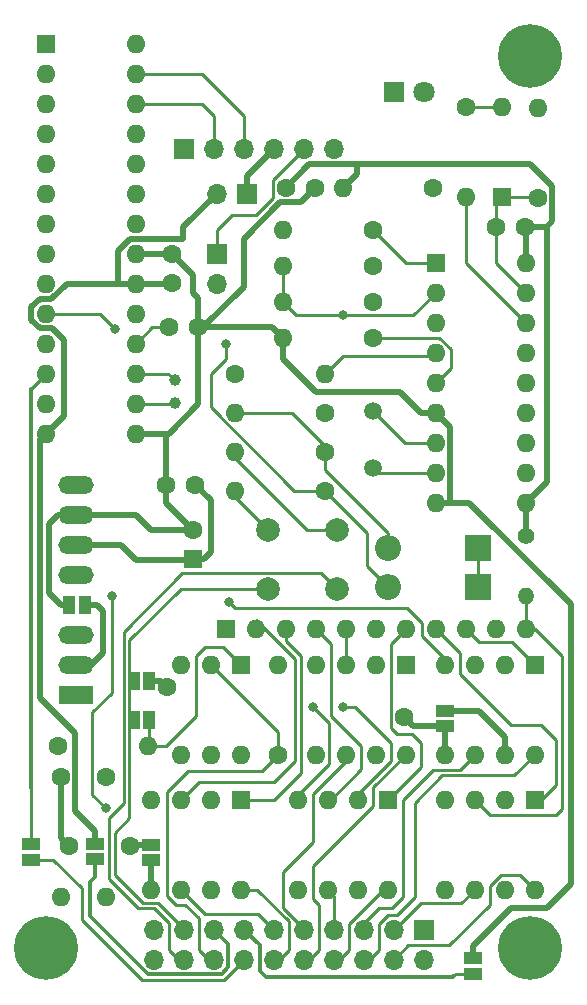
<source format=gbr>
G04 #@! TF.GenerationSoftware,KiCad,Pcbnew,8.0.1*
G04 #@! TF.CreationDate,2024-04-13T23:26:30-07:00*
G04 #@! TF.ProjectId,we755a_dtmf,77653735-3561-45f6-9474-6d662e6b6963,3*
G04 #@! TF.SameCoordinates,Original*
G04 #@! TF.FileFunction,Copper,L2,Bot*
G04 #@! TF.FilePolarity,Positive*
%FSLAX46Y46*%
G04 Gerber Fmt 4.6, Leading zero omitted, Abs format (unit mm)*
G04 Created by KiCad (PCBNEW 8.0.1) date 2024-04-13 23:26:30*
%MOMM*%
%LPD*%
G01*
G04 APERTURE LIST*
G04 #@! TA.AperFunction,ComponentPad*
%ADD10R,1.600000X1.600000*%
G04 #@! TD*
G04 #@! TA.AperFunction,ComponentPad*
%ADD11O,1.600000X1.600000*%
G04 #@! TD*
G04 #@! TA.AperFunction,ComponentPad*
%ADD12C,1.600000*%
G04 #@! TD*
G04 #@! TA.AperFunction,ComponentPad*
%ADD13C,1.500000*%
G04 #@! TD*
G04 #@! TA.AperFunction,ComponentPad*
%ADD14R,3.000000X1.500000*%
G04 #@! TD*
G04 #@! TA.AperFunction,ComponentPad*
%ADD15O,3.000000X1.500000*%
G04 #@! TD*
G04 #@! TA.AperFunction,ComponentPad*
%ADD16R,1.800000X1.800000*%
G04 #@! TD*
G04 #@! TA.AperFunction,ComponentPad*
%ADD17C,1.800000*%
G04 #@! TD*
G04 #@! TA.AperFunction,ComponentPad*
%ADD18C,1.000000*%
G04 #@! TD*
G04 #@! TA.AperFunction,ComponentPad*
%ADD19C,2.000000*%
G04 #@! TD*
G04 #@! TA.AperFunction,ComponentPad*
%ADD20R,1.700000X1.700000*%
G04 #@! TD*
G04 #@! TA.AperFunction,ComponentPad*
%ADD21O,1.700000X1.700000*%
G04 #@! TD*
G04 #@! TA.AperFunction,ComponentPad*
%ADD22C,1.400000*%
G04 #@! TD*
G04 #@! TA.AperFunction,ComponentPad*
%ADD23O,1.400000X1.400000*%
G04 #@! TD*
G04 #@! TA.AperFunction,ComponentPad*
%ADD24R,2.200000X2.200000*%
G04 #@! TD*
G04 #@! TA.AperFunction,ComponentPad*
%ADD25O,2.200000X2.200000*%
G04 #@! TD*
G04 #@! TA.AperFunction,ComponentPad*
%ADD26C,5.400000*%
G04 #@! TD*
G04 #@! TA.AperFunction,SMDPad,CuDef*
%ADD27R,1.500000X1.000000*%
G04 #@! TD*
G04 #@! TA.AperFunction,SMDPad,CuDef*
%ADD28R,1.000000X1.500000*%
G04 #@! TD*
G04 #@! TA.AperFunction,ViaPad*
%ADD29C,0.800000*%
G04 #@! TD*
G04 #@! TA.AperFunction,ViaPad*
%ADD30C,1.600000*%
G04 #@! TD*
G04 #@! TA.AperFunction,Conductor*
%ADD31C,0.500000*%
G04 #@! TD*
G04 #@! TA.AperFunction,Conductor*
%ADD32C,0.300000*%
G04 #@! TD*
G04 #@! TA.AperFunction,Conductor*
%ADD33C,0.250000*%
G04 #@! TD*
G04 APERTURE END LIST*
D10*
X138261000Y-109069000D03*
D11*
X135721000Y-109069000D03*
X133181000Y-109069000D03*
X133181000Y-116689000D03*
X135721000Y-116689000D03*
X138261000Y-116689000D03*
D12*
X163407000Y-69572000D03*
D11*
X163407000Y-61952000D03*
D12*
X157311000Y-61825000D03*
D11*
X157311000Y-69445000D03*
D10*
X160359000Y-69445000D03*
D11*
X160359000Y-61825000D03*
D12*
X141436000Y-116689000D03*
D11*
X141436000Y-109069000D03*
D12*
X126831000Y-118594000D03*
D11*
X126831000Y-128754000D03*
D13*
X149437000Y-87569000D03*
X149437000Y-92449000D03*
D14*
X124291000Y-111609000D03*
D15*
X124291000Y-109069000D03*
X124291000Y-106529000D03*
X124291000Y-101449000D03*
X124291000Y-98909000D03*
X124291000Y-96369000D03*
X124291000Y-93829000D03*
D10*
X150707000Y-120499000D03*
D11*
X148167000Y-120499000D03*
X145627000Y-120499000D03*
X143087000Y-120499000D03*
X143087000Y-128119000D03*
X145627000Y-128119000D03*
X148167000Y-128119000D03*
X150707000Y-128119000D03*
D12*
X149437000Y-75287000D03*
D11*
X141817000Y-75287000D03*
D16*
X151215000Y-60555000D03*
D17*
X153755000Y-60555000D03*
D12*
X149437000Y-81383000D03*
D11*
X141817000Y-81383000D03*
D12*
X145373000Y-94337000D03*
D11*
X137753000Y-94337000D03*
D12*
X142091000Y-68683000D03*
X144591000Y-68683000D03*
X123021000Y-118594000D03*
D11*
X123021000Y-128754000D03*
D18*
X132673000Y-85005000D03*
X132673000Y-86905000D03*
D19*
X146389000Y-97679000D03*
X146389000Y-102679000D03*
D10*
X152221000Y-109069000D03*
D11*
X149681000Y-109069000D03*
X147141000Y-109069000D03*
X144601000Y-109069000D03*
X144601000Y-116689000D03*
X147141000Y-116689000D03*
X149681000Y-116689000D03*
X152221000Y-116689000D03*
D12*
X149437000Y-72239000D03*
D11*
X141817000Y-72239000D03*
D20*
X138769000Y-69191000D03*
D21*
X136229000Y-69191000D03*
D10*
X138251000Y-120499000D03*
D11*
X135711000Y-120499000D03*
X133171000Y-120499000D03*
X130631000Y-120499000D03*
X130631000Y-128119000D03*
X133171000Y-128119000D03*
X135711000Y-128119000D03*
X138251000Y-128119000D03*
D12*
X132185000Y-80494000D03*
X134685000Y-80494000D03*
D10*
X163153000Y-109069000D03*
D11*
X160613000Y-109069000D03*
X158073000Y-109069000D03*
X155533000Y-109069000D03*
X155533000Y-116689000D03*
X158073000Y-116689000D03*
X160613000Y-116689000D03*
X163153000Y-116689000D03*
D12*
X149437000Y-78335000D03*
D11*
X141817000Y-78335000D03*
D20*
X133435000Y-65381000D03*
D21*
X135975000Y-65381000D03*
X138515000Y-65381000D03*
X141055000Y-65381000D03*
X143595000Y-65381000D03*
X146135000Y-65381000D03*
D12*
X154517000Y-68683000D03*
D11*
X146897000Y-68683000D03*
D12*
X145373000Y-87733000D03*
D11*
X137753000Y-87733000D03*
D10*
X134197000Y-100139000D03*
D12*
X134197000Y-97639000D03*
D22*
X162391000Y-98147000D03*
D23*
X162391000Y-103227000D03*
D12*
X145373000Y-91035000D03*
D11*
X137753000Y-91035000D03*
D12*
X122767000Y-115927000D03*
D11*
X130387000Y-115927000D03*
D12*
X159871000Y-71985000D03*
X162371000Y-71985000D03*
D10*
X163153000Y-120499000D03*
D11*
X160613000Y-120499000D03*
X158073000Y-120499000D03*
X155533000Y-120499000D03*
X155533000Y-128119000D03*
X158073000Y-128119000D03*
X160613000Y-128119000D03*
X163153000Y-128119000D03*
D24*
X158327000Y-99163000D03*
D25*
X150707000Y-99163000D03*
D20*
X153772000Y-131507000D03*
D21*
X153772000Y-134047000D03*
X151232000Y-131507000D03*
X151232000Y-134047000D03*
X148692000Y-131507000D03*
X148692000Y-134047000D03*
X146152000Y-131507000D03*
X146152000Y-134047000D03*
X143612000Y-131507000D03*
X143612000Y-134047000D03*
X141072000Y-131507000D03*
X141072000Y-134047000D03*
X138532000Y-131507000D03*
X138532000Y-134047000D03*
X135992000Y-131507000D03*
X135992000Y-134047000D03*
X133452000Y-131507000D03*
X133452000Y-134047000D03*
X130912000Y-131507000D03*
X130912000Y-134047000D03*
D26*
X121772000Y-133047000D03*
X162772000Y-133047000D03*
X162772000Y-57507000D03*
D19*
X140547000Y-97639000D03*
X140547000Y-102639000D03*
D10*
X154771000Y-75033000D03*
D11*
X154771000Y-77573000D03*
X154771000Y-80113000D03*
X154771000Y-82653000D03*
X154771000Y-85193000D03*
X154771000Y-87733000D03*
X154771000Y-90273000D03*
X154771000Y-92813000D03*
X154771000Y-95353000D03*
X162391000Y-95353000D03*
X162391000Y-92813000D03*
X162391000Y-90273000D03*
X162391000Y-87733000D03*
X162391000Y-85193000D03*
X162391000Y-82653000D03*
X162391000Y-80113000D03*
X162391000Y-77573000D03*
X162391000Y-75033000D03*
D10*
X136991000Y-106021000D03*
D11*
X139531000Y-106021000D03*
X142071000Y-106021000D03*
X144611000Y-106021000D03*
X147151000Y-106021000D03*
X149691000Y-106021000D03*
X152231000Y-106021000D03*
X154771000Y-106021000D03*
X157311000Y-106021000D03*
X159851000Y-106021000D03*
X162391000Y-106021000D03*
D12*
X137753000Y-84431000D03*
D11*
X145373000Y-84431000D03*
D12*
X132419000Y-76791000D03*
X132419000Y-74291000D03*
D10*
X121751000Y-56491000D03*
D11*
X121751000Y-59031000D03*
X121751000Y-61571000D03*
X121751000Y-64111000D03*
X121751000Y-66651000D03*
X121751000Y-69191000D03*
X121751000Y-71731000D03*
X121751000Y-74271000D03*
X121751000Y-76811000D03*
X121751000Y-79351000D03*
X121751000Y-81891000D03*
X121751000Y-84431000D03*
X121751000Y-86971000D03*
X121751000Y-89511000D03*
X129371000Y-89511000D03*
X129371000Y-86971000D03*
X129371000Y-84431000D03*
X129371000Y-81891000D03*
X129371000Y-79351000D03*
X129371000Y-76811000D03*
X129371000Y-74271000D03*
X129371000Y-71731000D03*
X129371000Y-69191000D03*
X129371000Y-66651000D03*
X129371000Y-64111000D03*
X129371000Y-61571000D03*
X129371000Y-59031000D03*
X129371000Y-56491000D03*
D20*
X136229000Y-74266000D03*
D21*
X136229000Y-76806000D03*
D12*
X134431000Y-93829000D03*
X131931000Y-93829000D03*
D24*
X158327000Y-102465000D03*
D25*
X150707000Y-102465000D03*
D27*
X155533000Y-114291000D03*
X155533000Y-112991000D03*
D28*
X130529000Y-113768000D03*
X129229000Y-113768000D03*
X125053000Y-103989000D03*
X123753000Y-103989000D03*
D27*
X120481000Y-125580000D03*
X120481000Y-124280000D03*
X130641000Y-124309000D03*
X130641000Y-125609000D03*
X125900000Y-124265000D03*
X125900000Y-125565000D03*
D28*
X130544000Y-110466000D03*
X129244000Y-110466000D03*
D27*
X157904000Y-133932000D03*
X157904000Y-135232000D03*
D29*
X136994600Y-81891000D03*
D30*
X123711801Y-124420284D03*
X128863000Y-124421200D03*
D29*
X146897000Y-79463200D03*
X126851856Y-121226313D03*
X127339000Y-103227000D03*
X137245000Y-103735000D03*
X127593000Y-80621000D03*
X144357000Y-112625000D03*
X146897000Y-112625000D03*
D30*
X132038000Y-110974000D03*
X152089200Y-113514000D03*
D31*
X156024200Y-88986200D02*
X156024200Y-95336200D01*
X123021000Y-103989000D02*
X122005000Y-102973000D01*
X134685000Y-80494000D02*
X135086000Y-80494000D01*
X134197000Y-76069000D02*
X132419000Y-74291000D01*
X129371000Y-96369000D02*
X130681000Y-97679000D01*
X130681000Y-97679000D02*
X134157000Y-97679000D01*
X132165000Y-89511000D02*
X134685000Y-86991000D01*
X129371000Y-74271000D02*
X132399000Y-74271000D01*
X156041000Y-95353000D02*
X154771000Y-95353000D01*
X154771000Y-87733000D02*
X153501000Y-87733000D01*
X129371000Y-89511000D02*
X131931000Y-89511000D01*
X132399000Y-74271000D02*
X132419000Y-74291000D01*
X156024200Y-95336200D02*
X156041000Y-95353000D01*
X134197000Y-77573000D02*
X134685000Y-78061000D01*
X131931000Y-95373000D02*
X131931000Y-93829000D01*
X122005000Y-97131000D02*
X122767000Y-96369000D01*
X122767000Y-96369000D02*
X124291000Y-96369000D01*
X143337800Y-69936200D02*
X144591000Y-68683000D01*
X122005000Y-102973000D02*
X122005000Y-97131000D01*
X134685000Y-86991000D02*
X134685000Y-80494000D01*
X157904000Y-133932000D02*
X157904000Y-132860000D01*
X166201000Y-103930600D02*
X157623400Y-95353000D01*
X157623400Y-95353000D02*
X156041000Y-95353000D01*
X166201000Y-127611000D02*
X166201000Y-103930600D01*
X153501000Y-87733000D02*
X151723000Y-85955000D01*
X151723000Y-85955000D02*
X144611000Y-85955000D01*
X134197000Y-97639000D02*
X131931000Y-95373000D01*
X140928000Y-80494000D02*
X134685000Y-80494000D01*
X123753000Y-103989000D02*
X123021000Y-103989000D01*
X134197000Y-77573000D02*
X134197000Y-76069000D01*
X161121000Y-129643000D02*
X164169000Y-129643000D01*
X131931000Y-93829000D02*
X131931000Y-89511000D01*
X141817000Y-83161000D02*
X141817000Y-81383000D01*
X124291000Y-96369000D02*
X129371000Y-96369000D01*
X134685000Y-78061000D02*
X134685000Y-80494000D01*
X131931000Y-89511000D02*
X132165000Y-89511000D01*
X135086000Y-80494000D02*
X138515000Y-77065000D01*
X141579800Y-69936200D02*
X143337800Y-69936200D01*
X138515000Y-77065000D02*
X138515000Y-73001000D01*
X138515000Y-73001000D02*
X141579800Y-69936200D01*
X154771000Y-87733000D02*
X156024200Y-88986200D01*
X164169000Y-129643000D02*
X166201000Y-127611000D01*
X157904000Y-132860000D02*
X161121000Y-129643000D01*
X141817000Y-81383000D02*
X140928000Y-80494000D01*
X144611000Y-85955000D02*
X141817000Y-83161000D01*
X135721000Y-99544000D02*
X135721000Y-95119000D01*
X125900000Y-123124000D02*
X125900000Y-124265000D01*
X133418200Y-72001800D02*
X136229000Y-69191000D01*
X124274200Y-121498200D02*
X125900000Y-123124000D01*
X164660200Y-68539200D02*
X164660200Y-71493800D01*
X127847000Y-76811000D02*
X132399000Y-76811000D01*
X135126000Y-100139000D02*
X135721000Y-99544000D01*
X132399000Y-76811000D02*
X132419000Y-76791000D01*
X123275000Y-87987000D02*
X123275000Y-81609107D01*
X121231907Y-80604200D02*
X120497800Y-79870093D01*
X121301800Y-89960200D02*
X121301800Y-111921800D01*
X148083800Y-67496200D02*
X148083800Y-66651000D01*
X128101000Y-98909000D02*
X129371000Y-100179000D01*
X121301800Y-111921800D02*
X124274200Y-114894200D01*
X123275000Y-81609107D02*
X122270093Y-80604200D01*
X123523293Y-76811000D02*
X127847000Y-76811000D01*
X164169000Y-93575000D02*
X164169000Y-71985000D01*
X142091000Y-68683000D02*
X144089800Y-66684200D01*
X162391000Y-95353000D02*
X164169000Y-93575000D01*
X122270093Y-80604200D02*
X121231907Y-80604200D01*
X124274200Y-114894200D02*
X124274200Y-121498200D01*
D32*
X121751000Y-89511000D02*
X121401800Y-89860200D01*
D31*
X128851907Y-73017800D02*
X133418200Y-73017800D01*
X148083800Y-66651000D02*
X162772000Y-66651000D01*
X162371000Y-71985000D02*
X164169000Y-71985000D01*
X144089800Y-66684200D02*
X148050600Y-66684200D01*
X121751000Y-89511000D02*
X123275000Y-87987000D01*
X162391000Y-72005000D02*
X162371000Y-71985000D01*
X146897000Y-68683000D02*
X148083800Y-67496200D01*
X121231907Y-78097800D02*
X122236493Y-78097800D01*
X129371000Y-100179000D02*
X134157000Y-100179000D01*
X122236493Y-78097800D02*
X123523293Y-76811000D01*
X135721000Y-95119000D02*
X134431000Y-93829000D01*
X134157000Y-100179000D02*
X134197000Y-100139000D01*
X121751000Y-89511000D02*
X121301800Y-89960200D01*
X133418200Y-73017800D02*
X133418200Y-72001800D01*
X162391000Y-95353000D02*
X162391000Y-98147000D01*
X127847000Y-74022707D02*
X128851907Y-73017800D01*
X162391000Y-75033000D02*
X162391000Y-72005000D01*
X127847000Y-76811000D02*
X127847000Y-74022707D01*
X124291000Y-98909000D02*
X128101000Y-98909000D01*
X120497800Y-79870093D02*
X120497800Y-78831907D01*
X164660200Y-71493800D02*
X164169000Y-71985000D01*
X120497800Y-78831907D02*
X121231907Y-78097800D01*
X162772000Y-66651000D02*
X164660200Y-68539200D01*
X148050600Y-66684200D02*
X148083800Y-66651000D01*
X134197000Y-100139000D02*
X135126000Y-100139000D01*
D33*
X129244000Y-114149000D02*
X128990000Y-114149000D01*
X133181000Y-102639000D02*
X140547000Y-102639000D01*
X128808200Y-110901800D02*
X129244000Y-110466000D01*
X128808200Y-111355000D02*
X128808200Y-107011800D01*
X127593000Y-126849000D02*
X127593000Y-123293000D01*
X128808200Y-114403000D02*
X128808200Y-111355000D01*
X129371000Y-114149000D02*
X128990000Y-114149000D01*
X133452000Y-131438000D02*
X131261200Y-129247200D01*
X128808200Y-111355000D02*
X128808200Y-110901800D01*
X128808200Y-107011800D02*
X133181000Y-102639000D01*
X128990000Y-114149000D02*
X128808200Y-114149000D01*
X131261200Y-129247200D02*
X129991200Y-129247200D01*
X128808200Y-122077800D02*
X128808200Y-114403000D01*
X128808200Y-114149000D02*
X128808200Y-114403000D01*
X127593000Y-123293000D02*
X128808200Y-122077800D01*
X133452000Y-131507000D02*
X133452000Y-131438000D01*
X129991200Y-129247200D02*
X127593000Y-126849000D01*
X133435000Y-134469000D02*
X132165000Y-133199000D01*
X130952400Y-129700400D02*
X129549478Y-129700400D01*
X129549478Y-129700400D02*
X127085000Y-127235922D01*
X127085000Y-122023000D02*
X128355000Y-120753000D01*
X133322800Y-101307200D02*
X145057200Y-101307200D01*
X128355000Y-120753000D02*
X128355000Y-106275000D01*
X132165000Y-130913000D02*
X130952400Y-129700400D01*
X128355000Y-106275000D02*
X133322800Y-101307200D01*
X132165000Y-133199000D02*
X132165000Y-130913000D01*
X127085000Y-127235922D02*
X127085000Y-122023000D01*
X145057200Y-101307200D02*
X146389000Y-102639000D01*
X130768000Y-80494000D02*
X129371000Y-81891000D01*
X132185000Y-80494000D02*
X130768000Y-80494000D01*
X129371000Y-61571000D02*
X134959000Y-61571000D01*
X134959000Y-61571000D02*
X135975000Y-62587000D01*
X135975000Y-62587000D02*
X135975000Y-65381000D01*
X134959000Y-59031000D02*
X138515000Y-62587000D01*
X134959000Y-59031000D02*
X129371000Y-59031000D01*
X138515000Y-62587000D02*
X138515000Y-65381000D01*
X137753000Y-91543000D02*
X137753000Y-91035000D01*
X143849000Y-97639000D02*
X137753000Y-91543000D01*
X146389000Y-97639000D02*
X143849000Y-97639000D01*
X140547000Y-97639000D02*
X137753000Y-94845000D01*
X137753000Y-94845000D02*
X137753000Y-94337000D01*
X158327000Y-99290000D02*
X158327000Y-102465000D01*
X162391000Y-77573000D02*
X159871000Y-75053000D01*
X159871000Y-71985000D02*
X159871000Y-69933000D01*
X163407000Y-69572000D02*
X163280000Y-69445000D01*
X159871000Y-75053000D02*
X159871000Y-71985000D01*
X163280000Y-69445000D02*
X160359000Y-69445000D01*
X159871000Y-69933000D02*
X160359000Y-69445000D01*
X160359000Y-61825000D02*
X157311000Y-61825000D01*
X137499000Y-70969000D02*
X139531000Y-70969000D01*
X136229000Y-74266000D02*
X136229000Y-72239000D01*
X136229000Y-72239000D02*
X137499000Y-70969000D01*
X140962800Y-69537200D02*
X140962800Y-68013200D01*
X140962800Y-68013200D02*
X143595000Y-65381000D01*
X139531000Y-70969000D02*
X140962800Y-69537200D01*
X145373000Y-94337000D02*
X148929000Y-97893000D01*
X136994600Y-83157400D02*
X135721000Y-84431000D01*
X148929000Y-100687000D02*
X150707000Y-102465000D01*
X135721000Y-84431000D02*
X135721000Y-87296516D01*
X142761484Y-94337000D02*
X145373000Y-94337000D01*
X135721000Y-87296516D02*
X142761484Y-94337000D01*
X148929000Y-97893000D02*
X148929000Y-100687000D01*
X136994600Y-81891000D02*
X136994600Y-83157400D01*
D31*
X128863000Y-124309000D02*
X130641000Y-124309000D01*
X126577000Y-104497000D02*
X126069000Y-103989000D01*
X126069000Y-103989000D02*
X125053000Y-103989000D01*
X123711801Y-124420284D02*
X123021000Y-123729483D01*
X128863000Y-124421200D02*
X128863000Y-124309000D01*
X125561000Y-109069000D02*
X126577000Y-108053000D01*
X124291000Y-109069000D02*
X125561000Y-109069000D01*
X126577000Y-108053000D02*
X126577000Y-104497000D01*
X123021000Y-123729483D02*
X123021000Y-118594000D01*
D33*
X133816000Y-118086000D02*
X132052800Y-119849200D01*
X141436000Y-116689000D02*
X140039000Y-118086000D01*
X140039000Y-118086000D02*
X133816000Y-118086000D01*
X132775200Y-129389000D02*
X132042800Y-128656600D01*
X134705000Y-130516773D02*
X133577227Y-129389000D01*
X132042800Y-128656600D02*
X132042800Y-119859200D01*
X133577227Y-129389000D02*
X132775200Y-129389000D01*
X141436000Y-116689000D02*
X141436000Y-114784000D01*
X141436000Y-114784000D02*
X135721000Y-109069000D01*
X134705000Y-133199000D02*
X134705000Y-130516773D01*
X135975000Y-134469000D02*
X134705000Y-133199000D01*
X139658000Y-128119000D02*
X138251000Y-128119000D01*
X141055000Y-134469000D02*
X142325000Y-133199000D01*
X142325000Y-130786000D02*
X139658000Y-128119000D01*
X142325000Y-133199000D02*
X142325000Y-130786000D01*
X139716000Y-130151000D02*
X135203000Y-130151000D01*
X135203000Y-130151000D02*
X133171000Y-128119000D01*
X141072000Y-131507000D02*
X139716000Y-130151000D01*
X143595000Y-134469000D02*
X144865000Y-133199000D01*
X144357000Y-128881000D02*
X144357000Y-126158516D01*
X144865000Y-133199000D02*
X144865000Y-129389000D01*
X144357000Y-126158516D02*
X149455702Y-121059814D01*
X149455702Y-121059814D02*
X149455702Y-119454298D01*
X144865000Y-129389000D02*
X144357000Y-128881000D01*
X149455702Y-119454298D02*
X152221000Y-116689000D01*
X141817000Y-126595000D02*
X144357000Y-124055000D01*
X144357000Y-119991000D02*
X147141000Y-117207000D01*
X141817000Y-129637078D02*
X141817000Y-126595000D01*
X143612000Y-131507000D02*
X143612000Y-131432078D01*
X144357000Y-124055000D02*
X144357000Y-119991000D01*
X143612000Y-131432078D02*
X141817000Y-129637078D01*
X147141000Y-117207000D02*
X147141000Y-116689000D01*
X150707000Y-128119000D02*
X150326000Y-128119000D01*
X150326000Y-128119000D02*
X147405000Y-131040000D01*
X147405000Y-133199000D02*
X146135000Y-134469000D01*
X147405000Y-131040000D02*
X147405000Y-133199000D01*
X146135000Y-128627000D02*
X145627000Y-128119000D01*
X146152000Y-131507000D02*
X146135000Y-131490000D01*
X146135000Y-131490000D02*
X146135000Y-128627000D01*
X152993000Y-120753000D02*
X155333800Y-118412200D01*
X148675000Y-134469000D02*
X149945000Y-133199000D01*
X155333800Y-118412200D02*
X161429800Y-118412200D01*
X149945000Y-131040000D02*
X150707000Y-130278000D01*
X152993000Y-128754000D02*
X152993000Y-120753000D01*
X149945000Y-133199000D02*
X149945000Y-131040000D01*
X150707000Y-130278000D02*
X151469000Y-130278000D01*
X151469000Y-130278000D02*
X152993000Y-128754000D01*
X161429800Y-118412200D02*
X163153000Y-116689000D01*
X151977000Y-128754000D02*
X151977000Y-120499000D01*
X151088000Y-129643000D02*
X151977000Y-128754000D01*
X148675000Y-130913000D02*
X149945000Y-129643000D01*
X149945000Y-129643000D02*
X151088000Y-129643000D01*
X156803000Y-117959000D02*
X158073000Y-116689000D01*
X151977000Y-120499000D02*
X154517000Y-117959000D01*
X154517000Y-117959000D02*
X156803000Y-117959000D01*
X148675000Y-131929000D02*
X148675000Y-130913000D01*
X159343000Y-129389000D02*
X155914000Y-132818000D01*
X155914000Y-132818000D02*
X152461000Y-132818000D01*
X161883000Y-126849000D02*
X160287484Y-126849000D01*
X152461000Y-132818000D02*
X151215000Y-134064000D01*
X163153000Y-128119000D02*
X161883000Y-126849000D01*
X159343000Y-127793484D02*
X159343000Y-129389000D01*
X160287484Y-126849000D02*
X159343000Y-127793484D01*
X158073000Y-128119000D02*
X156944800Y-129247200D01*
X153515800Y-129247200D02*
X151215000Y-131548000D01*
X156944800Y-129247200D02*
X153515800Y-129247200D01*
D31*
X141055000Y-65381000D02*
X138769000Y-67667000D01*
X138769000Y-67667000D02*
X138769000Y-69191000D01*
D33*
X162391000Y-80113000D02*
X157311000Y-75033000D01*
X157311000Y-75033000D02*
X157311000Y-69445000D01*
X154771000Y-75033000D02*
X152231000Y-75033000D01*
X152231000Y-75033000D02*
X149437000Y-72239000D01*
X145373000Y-84431000D02*
X146897000Y-82907000D01*
X154517000Y-82907000D02*
X154771000Y-82653000D01*
X146897000Y-82907000D02*
X154517000Y-82907000D01*
X142945200Y-79463200D02*
X152880800Y-79463200D01*
X141817000Y-78335000D02*
X142945200Y-79463200D01*
X152880800Y-79463200D02*
X154771000Y-77573000D01*
X141817000Y-75287000D02*
X141817000Y-78335000D01*
X156041000Y-82327484D02*
X156041000Y-83923000D01*
X156041000Y-83923000D02*
X154771000Y-85193000D01*
X149437000Y-81383000D02*
X155096516Y-81383000D01*
X155096516Y-81383000D02*
X156041000Y-82327484D01*
X120481000Y-119483000D02*
X120481000Y-124280000D01*
X120481000Y-85701000D02*
X121751000Y-84431000D01*
D32*
X120481000Y-85701000D02*
X120481000Y-119483000D01*
D33*
X132607000Y-86971000D02*
X132673000Y-86905000D01*
X129371000Y-86971000D02*
X132607000Y-86971000D01*
X133171000Y-120499000D02*
X134695000Y-118975000D01*
X134695000Y-118975000D02*
X141055000Y-118975000D01*
X142833000Y-117197000D02*
X142833000Y-108561000D01*
X141055000Y-118975000D02*
X142833000Y-117197000D01*
X142833000Y-108561000D02*
X139531000Y-105259000D01*
X142071000Y-107037000D02*
X142071000Y-106021000D01*
X143341000Y-108307000D02*
X142071000Y-107037000D01*
X138251000Y-120499000D02*
X141055000Y-120499000D01*
X141055000Y-120499000D02*
X143341000Y-118213000D01*
X143341000Y-118213000D02*
X143341000Y-108307000D01*
X148454418Y-115960418D02*
X145881000Y-113387000D01*
X145881000Y-107291000D02*
X144611000Y-106021000D01*
X145881000Y-113387000D02*
X145881000Y-107291000D01*
X148454418Y-117925582D02*
X148454418Y-115960418D01*
X145881000Y-120499000D02*
X148454418Y-117925582D01*
X147141000Y-109069000D02*
X147141000Y-106031000D01*
X147141000Y-106031000D02*
X147151000Y-106021000D01*
X152739000Y-114911000D02*
X151469000Y-114911000D01*
X151469000Y-114911000D02*
X150961000Y-114403000D01*
X150961000Y-114403000D02*
X150961000Y-107291000D01*
X150707000Y-120499000D02*
X153501000Y-117705000D01*
X150961000Y-107291000D02*
X152231000Y-106021000D01*
X153501000Y-115673000D02*
X152739000Y-114911000D01*
X153501000Y-117705000D02*
X153501000Y-115673000D01*
X154771000Y-106021000D02*
X156803000Y-108053000D01*
X164931000Y-115419000D02*
X164931000Y-119229000D01*
X164931000Y-119229000D02*
X163661000Y-120499000D01*
X156803000Y-109831000D02*
X161121000Y-114149000D01*
X161121000Y-114149000D02*
X163661000Y-114149000D01*
X156803000Y-108053000D02*
X156803000Y-109831000D01*
X163661000Y-114149000D02*
X164931000Y-115419000D01*
X158439200Y-107149200D02*
X161233200Y-107149200D01*
X157311000Y-106021000D02*
X158439200Y-107149200D01*
X161233200Y-107149200D02*
X163153000Y-109069000D01*
X129371000Y-84431000D02*
X132099000Y-84431000D01*
X132099000Y-84431000D02*
X132673000Y-85005000D01*
X154771000Y-90273000D02*
X152141000Y-90273000D01*
X152141000Y-90273000D02*
X149437000Y-87569000D01*
X125702800Y-120077257D02*
X125702800Y-113103600D01*
X126851856Y-121226313D02*
X125702800Y-120077257D01*
X125702800Y-113103600D02*
X127339000Y-111467400D01*
X127339000Y-111467400D02*
X127339000Y-103227000D01*
X153642800Y-106670800D02*
X155533000Y-108561000D01*
X137245000Y-103735000D02*
X137753000Y-104243000D01*
X137753000Y-104243000D02*
X152332116Y-104243000D01*
X152332116Y-104243000D02*
X153642800Y-105553684D01*
X153642800Y-105553684D02*
X153642800Y-106670800D01*
X155533000Y-108561000D02*
X155533000Y-109069000D01*
X126323000Y-79351000D02*
X121751000Y-79351000D01*
X127593000Y-80621000D02*
X126323000Y-79351000D01*
X144357000Y-112625000D02*
X145729200Y-113997200D01*
X143087000Y-120102078D02*
X143087000Y-120499000D01*
X145729200Y-117459878D02*
X143087000Y-120102078D01*
X145729200Y-113997200D02*
X145729200Y-117459878D01*
X148167000Y-119991000D02*
X148167000Y-120499000D01*
X150961000Y-115673000D02*
X150961000Y-117197000D01*
X150961000Y-117197000D02*
X148167000Y-119991000D01*
X147913000Y-112625000D02*
X150961000Y-115673000D01*
X146897000Y-112625000D02*
X147913000Y-112625000D01*
X149801000Y-92813000D02*
X149437000Y-92449000D01*
X154771000Y-92813000D02*
X149801000Y-92813000D01*
X145373000Y-91035000D02*
X145373000Y-90527000D01*
X142579000Y-87733000D02*
X137753000Y-87733000D01*
X145373000Y-90527000D02*
X142579000Y-87733000D01*
X145373000Y-92559000D02*
X145373000Y-91035000D01*
X150707000Y-97893000D02*
X145373000Y-92559000D01*
X150707000Y-99163000D02*
X150707000Y-97893000D01*
X162391000Y-103227000D02*
X162391000Y-106021000D01*
X165439000Y-121261000D02*
X164931000Y-121769000D01*
X159343000Y-121769000D02*
X158073000Y-120499000D01*
X165439000Y-108307000D02*
X165439000Y-121261000D01*
X164931000Y-121769000D02*
X159343000Y-121769000D01*
X163153000Y-106021000D02*
X165439000Y-108307000D01*
X162391000Y-106021000D02*
X163153000Y-106021000D01*
D32*
X125900000Y-127074000D02*
X125483107Y-127490893D01*
X137195200Y-134707524D02*
X137195200Y-132710200D01*
X125900000Y-125692000D02*
X125900000Y-127074000D01*
X137195200Y-132710200D02*
X135992000Y-131507000D01*
X130413618Y-135250200D02*
X136652524Y-135250200D01*
X125483107Y-127490893D02*
X125483107Y-130319689D01*
X125483107Y-130319689D02*
X130413618Y-135250200D01*
X136652524Y-135250200D02*
X137195200Y-134707524D01*
X156224000Y-135485000D02*
X140366000Y-135485000D01*
X156253000Y-135456000D02*
X156224000Y-135485000D01*
X139868800Y-134987800D02*
X139868800Y-132843800D01*
D33*
X156253000Y-135456000D02*
X156477000Y-135232000D01*
D32*
X139868800Y-132843800D02*
X138532000Y-131507000D01*
X140366000Y-135485000D02*
X139868800Y-134987800D01*
D33*
X156477000Y-135232000D02*
X157904000Y-135232000D01*
D31*
X132038000Y-110974000D02*
X131530000Y-110466000D01*
X152866200Y-114291000D02*
X155533000Y-114291000D01*
X155533000Y-114291000D02*
X155533000Y-116689000D01*
X131530000Y-110466000D02*
X130544000Y-110466000D01*
X152089200Y-113514000D02*
X152866200Y-114291000D01*
X160613000Y-115165000D02*
X158439000Y-112991000D01*
X158439000Y-112991000D02*
X155533000Y-112991000D01*
X130641000Y-128109000D02*
X130631000Y-128119000D01*
X160613000Y-116689000D02*
X160613000Y-115165000D01*
X130641000Y-125609000D02*
X130641000Y-128109000D01*
D33*
X130544000Y-114149000D02*
X130544000Y-115770000D01*
X135213000Y-107545000D02*
X136737000Y-107545000D01*
X131982516Y-115927000D02*
X134451000Y-113458516D01*
X136737000Y-107545000D02*
X138261000Y-109069000D01*
X130387000Y-115927000D02*
X131982516Y-115927000D01*
X134451000Y-113458516D02*
X134451000Y-108307000D01*
X130544000Y-115770000D02*
X130387000Y-115927000D01*
X134451000Y-108307000D02*
X135213000Y-107545000D01*
X124799000Y-130659000D02*
X129879000Y-135739000D01*
X122374000Y-125580000D02*
X124799000Y-128005000D01*
X136840000Y-135739000D02*
X138532000Y-134047000D01*
X120638000Y-125580000D02*
X122374000Y-125580000D01*
X124799000Y-128005000D02*
X124799000Y-130659000D01*
X129879000Y-135739000D02*
X136840000Y-135739000D01*
M02*

</source>
